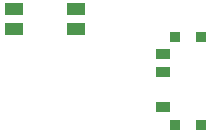
<source format=gtp>
G04 #@! TF.GenerationSoftware,KiCad,Pcbnew,(6.0.10)*
G04 #@! TF.CreationDate,2023-09-30T09:28:11-05:00*
G04 #@! TF.ProjectId,RunTypeV3,52756e54-7970-4655-9633-2e6b69636164,rev?*
G04 #@! TF.SameCoordinates,Original*
G04 #@! TF.FileFunction,Paste,Top*
G04 #@! TF.FilePolarity,Positive*
%FSLAX46Y46*%
G04 Gerber Fmt 4.6, Leading zero omitted, Abs format (unit mm)*
G04 Created by KiCad (PCBNEW (6.0.10)) date 2023-09-30 09:28:11*
%MOMM*%
%LPD*%
G01*
G04 APERTURE LIST*
%ADD10R,1.550000X1.000000*%
%ADD11R,0.900000X0.900000*%
%ADD12R,1.250000X0.900000*%
G04 APERTURE END LIST*
D10*
X318165758Y-15430348D03*
X312915758Y-15430348D03*
X318165758Y-17130348D03*
X312915758Y-17130348D03*
D11*
X328715451Y-25220000D03*
X326515451Y-25220000D03*
X328715451Y-17820000D03*
X326515451Y-17820000D03*
D12*
X325540451Y-23770000D03*
X325540451Y-20770000D03*
X325540451Y-19270000D03*
M02*

</source>
